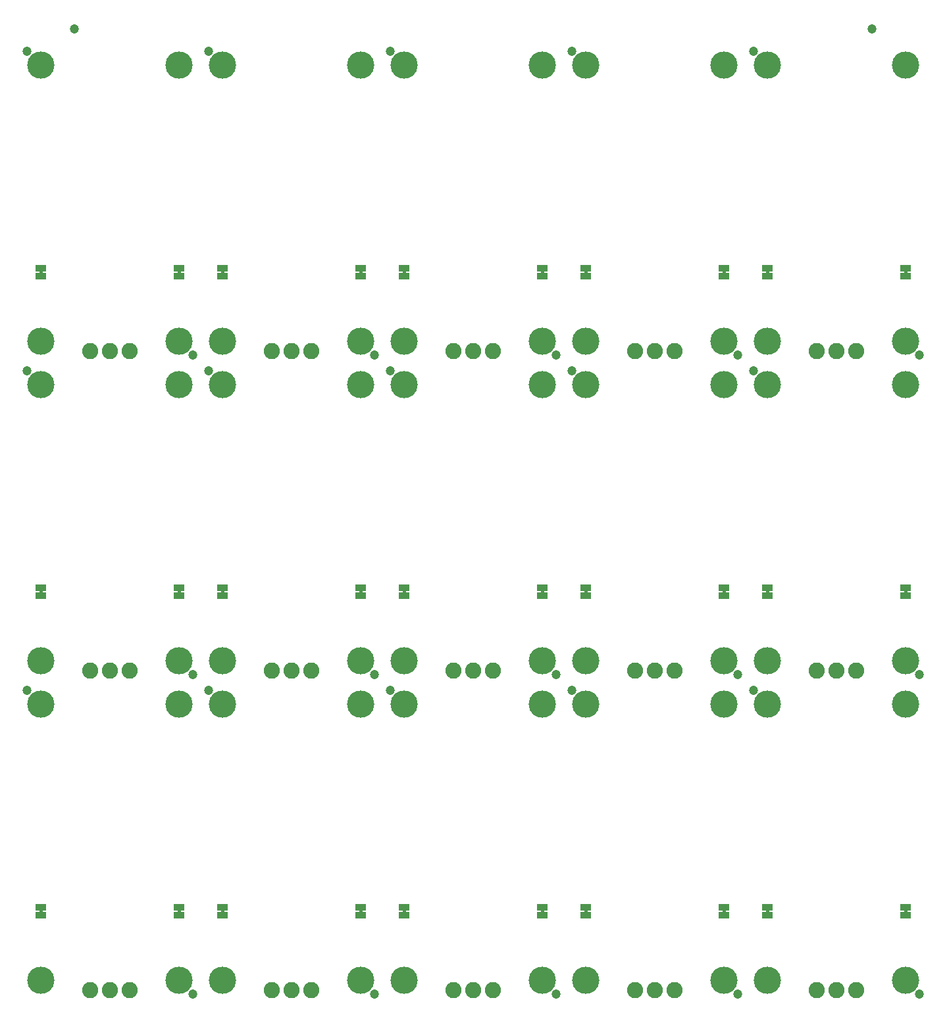
<source format=gbs>
G04 EAGLE Gerber RS-274X export*
G75*
%MOMM*%
%FSLAX34Y34*%
%LPD*%
%INSoldermask Bottom*%
%IPPOS*%
%AMOC8*
5,1,8,0,0,1.08239X$1,22.5*%
G01*
%ADD10C,3.505200*%
%ADD11C,1.203200*%
%ADD12R,1.473200X0.863600*%
%ADD13C,2.082800*%

G36*
X494095Y934732D02*
X494095Y934732D01*
X494161Y934734D01*
X494204Y934752D01*
X494251Y934760D01*
X494308Y934794D01*
X494368Y934819D01*
X494403Y934850D01*
X494444Y934875D01*
X494486Y934926D01*
X494534Y934970D01*
X494556Y935012D01*
X494585Y935049D01*
X494606Y935111D01*
X494637Y935170D01*
X494645Y935224D01*
X494657Y935261D01*
X494656Y935301D01*
X494664Y935355D01*
X494664Y939165D01*
X494653Y939230D01*
X494651Y939296D01*
X494633Y939339D01*
X494625Y939386D01*
X494591Y939443D01*
X494566Y939503D01*
X494535Y939538D01*
X494510Y939579D01*
X494459Y939621D01*
X494415Y939669D01*
X494373Y939691D01*
X494336Y939720D01*
X494274Y939741D01*
X494215Y939772D01*
X494161Y939780D01*
X494124Y939792D01*
X494084Y939791D01*
X494030Y939799D01*
X491490Y939799D01*
X491425Y939788D01*
X491359Y939786D01*
X491316Y939768D01*
X491269Y939760D01*
X491212Y939726D01*
X491152Y939701D01*
X491117Y939670D01*
X491076Y939645D01*
X491035Y939594D01*
X490986Y939550D01*
X490964Y939508D01*
X490935Y939471D01*
X490914Y939409D01*
X490883Y939350D01*
X490875Y939296D01*
X490863Y939259D01*
X490863Y939255D01*
X490863Y939254D01*
X490864Y939219D01*
X490856Y939165D01*
X490856Y935355D01*
X490867Y935290D01*
X490869Y935224D01*
X490887Y935181D01*
X490895Y935134D01*
X490929Y935077D01*
X490954Y935017D01*
X490985Y934982D01*
X491010Y934941D01*
X491061Y934900D01*
X491105Y934851D01*
X491147Y934829D01*
X491184Y934800D01*
X491246Y934779D01*
X491305Y934748D01*
X491359Y934740D01*
X491396Y934728D01*
X491436Y934729D01*
X491490Y934721D01*
X494030Y934721D01*
X494095Y934732D01*
G37*
G36*
X905575Y934732D02*
X905575Y934732D01*
X905641Y934734D01*
X905684Y934752D01*
X905731Y934760D01*
X905788Y934794D01*
X905848Y934819D01*
X905883Y934850D01*
X905924Y934875D01*
X905966Y934926D01*
X906014Y934970D01*
X906036Y935012D01*
X906065Y935049D01*
X906086Y935111D01*
X906117Y935170D01*
X906125Y935224D01*
X906137Y935261D01*
X906136Y935301D01*
X906144Y935355D01*
X906144Y939165D01*
X906133Y939230D01*
X906131Y939296D01*
X906113Y939339D01*
X906105Y939386D01*
X906071Y939443D01*
X906046Y939503D01*
X906015Y939538D01*
X905990Y939579D01*
X905939Y939621D01*
X905895Y939669D01*
X905853Y939691D01*
X905816Y939720D01*
X905754Y939741D01*
X905695Y939772D01*
X905641Y939780D01*
X905604Y939792D01*
X905564Y939791D01*
X905510Y939799D01*
X902970Y939799D01*
X902905Y939788D01*
X902839Y939786D01*
X902796Y939768D01*
X902749Y939760D01*
X902692Y939726D01*
X902632Y939701D01*
X902597Y939670D01*
X902556Y939645D01*
X902515Y939594D01*
X902466Y939550D01*
X902444Y939508D01*
X902415Y939471D01*
X902394Y939409D01*
X902363Y939350D01*
X902355Y939296D01*
X902343Y939259D01*
X902343Y939255D01*
X902343Y939254D01*
X902344Y939219D01*
X902336Y939165D01*
X902336Y935355D01*
X902347Y935290D01*
X902349Y935224D01*
X902367Y935181D01*
X902375Y935134D01*
X902409Y935077D01*
X902434Y935017D01*
X902465Y934982D01*
X902490Y934941D01*
X902541Y934900D01*
X902585Y934851D01*
X902627Y934829D01*
X902664Y934800D01*
X902726Y934779D01*
X902785Y934748D01*
X902839Y934740D01*
X902876Y934728D01*
X902916Y934729D01*
X902970Y934721D01*
X905510Y934721D01*
X905575Y934732D01*
G37*
G36*
X204535Y934732D02*
X204535Y934732D01*
X204601Y934734D01*
X204644Y934752D01*
X204691Y934760D01*
X204748Y934794D01*
X204808Y934819D01*
X204843Y934850D01*
X204884Y934875D01*
X204926Y934926D01*
X204974Y934970D01*
X204996Y935012D01*
X205025Y935049D01*
X205046Y935111D01*
X205077Y935170D01*
X205085Y935224D01*
X205097Y935261D01*
X205096Y935301D01*
X205104Y935355D01*
X205104Y939165D01*
X205093Y939230D01*
X205091Y939296D01*
X205073Y939339D01*
X205065Y939386D01*
X205031Y939443D01*
X205006Y939503D01*
X204975Y939538D01*
X204950Y939579D01*
X204899Y939621D01*
X204855Y939669D01*
X204813Y939691D01*
X204776Y939720D01*
X204714Y939741D01*
X204655Y939772D01*
X204601Y939780D01*
X204564Y939792D01*
X204524Y939791D01*
X204470Y939799D01*
X201930Y939799D01*
X201865Y939788D01*
X201799Y939786D01*
X201756Y939768D01*
X201709Y939760D01*
X201652Y939726D01*
X201592Y939701D01*
X201557Y939670D01*
X201516Y939645D01*
X201475Y939594D01*
X201426Y939550D01*
X201404Y939508D01*
X201375Y939471D01*
X201354Y939409D01*
X201323Y939350D01*
X201315Y939296D01*
X201303Y939259D01*
X201303Y939255D01*
X201303Y939254D01*
X201304Y939219D01*
X201296Y939165D01*
X201296Y935355D01*
X201307Y935290D01*
X201309Y935224D01*
X201327Y935181D01*
X201335Y935134D01*
X201369Y935077D01*
X201394Y935017D01*
X201425Y934982D01*
X201450Y934941D01*
X201501Y934900D01*
X201545Y934851D01*
X201587Y934829D01*
X201624Y934800D01*
X201686Y934779D01*
X201745Y934748D01*
X201799Y934740D01*
X201836Y934728D01*
X201876Y934729D01*
X201930Y934721D01*
X204470Y934721D01*
X204535Y934732D01*
G37*
G36*
X1139255Y934732D02*
X1139255Y934732D01*
X1139321Y934734D01*
X1139364Y934752D01*
X1139411Y934760D01*
X1139468Y934794D01*
X1139528Y934819D01*
X1139563Y934850D01*
X1139604Y934875D01*
X1139646Y934926D01*
X1139694Y934970D01*
X1139716Y935012D01*
X1139745Y935049D01*
X1139766Y935111D01*
X1139797Y935170D01*
X1139805Y935224D01*
X1139817Y935261D01*
X1139816Y935301D01*
X1139824Y935355D01*
X1139824Y939165D01*
X1139813Y939230D01*
X1139811Y939296D01*
X1139793Y939339D01*
X1139785Y939386D01*
X1139751Y939443D01*
X1139726Y939503D01*
X1139695Y939538D01*
X1139670Y939579D01*
X1139619Y939621D01*
X1139575Y939669D01*
X1139533Y939691D01*
X1139496Y939720D01*
X1139434Y939741D01*
X1139375Y939772D01*
X1139321Y939780D01*
X1139284Y939792D01*
X1139244Y939791D01*
X1139190Y939799D01*
X1136650Y939799D01*
X1136585Y939788D01*
X1136519Y939786D01*
X1136476Y939768D01*
X1136429Y939760D01*
X1136372Y939726D01*
X1136312Y939701D01*
X1136277Y939670D01*
X1136236Y939645D01*
X1136195Y939594D01*
X1136146Y939550D01*
X1136124Y939508D01*
X1136095Y939471D01*
X1136074Y939409D01*
X1136043Y939350D01*
X1136035Y939296D01*
X1136023Y939259D01*
X1136023Y939255D01*
X1136023Y939254D01*
X1136024Y939219D01*
X1136016Y939165D01*
X1136016Y935355D01*
X1136027Y935290D01*
X1136029Y935224D01*
X1136047Y935181D01*
X1136055Y935134D01*
X1136089Y935077D01*
X1136114Y935017D01*
X1136145Y934982D01*
X1136170Y934941D01*
X1136221Y934900D01*
X1136265Y934851D01*
X1136307Y934829D01*
X1136344Y934800D01*
X1136406Y934779D01*
X1136465Y934748D01*
X1136519Y934740D01*
X1136556Y934728D01*
X1136596Y934729D01*
X1136650Y934721D01*
X1139190Y934721D01*
X1139255Y934732D01*
G37*
G36*
X961455Y934732D02*
X961455Y934732D01*
X961521Y934734D01*
X961564Y934752D01*
X961611Y934760D01*
X961668Y934794D01*
X961728Y934819D01*
X961763Y934850D01*
X961804Y934875D01*
X961846Y934926D01*
X961894Y934970D01*
X961916Y935012D01*
X961945Y935049D01*
X961966Y935111D01*
X961997Y935170D01*
X962005Y935224D01*
X962017Y935261D01*
X962016Y935301D01*
X962024Y935355D01*
X962024Y939165D01*
X962013Y939230D01*
X962011Y939296D01*
X961993Y939339D01*
X961985Y939386D01*
X961951Y939443D01*
X961926Y939503D01*
X961895Y939538D01*
X961870Y939579D01*
X961819Y939621D01*
X961775Y939669D01*
X961733Y939691D01*
X961696Y939720D01*
X961634Y939741D01*
X961575Y939772D01*
X961521Y939780D01*
X961484Y939792D01*
X961444Y939791D01*
X961390Y939799D01*
X958850Y939799D01*
X958785Y939788D01*
X958719Y939786D01*
X958676Y939768D01*
X958629Y939760D01*
X958572Y939726D01*
X958512Y939701D01*
X958477Y939670D01*
X958436Y939645D01*
X958395Y939594D01*
X958346Y939550D01*
X958324Y939508D01*
X958295Y939471D01*
X958274Y939409D01*
X958243Y939350D01*
X958235Y939296D01*
X958223Y939259D01*
X958223Y939255D01*
X958223Y939254D01*
X958224Y939219D01*
X958216Y939165D01*
X958216Y935355D01*
X958227Y935290D01*
X958229Y935224D01*
X958247Y935181D01*
X958255Y935134D01*
X958289Y935077D01*
X958314Y935017D01*
X958345Y934982D01*
X958370Y934941D01*
X958421Y934900D01*
X958465Y934851D01*
X958507Y934829D01*
X958544Y934800D01*
X958606Y934779D01*
X958665Y934748D01*
X958719Y934740D01*
X958756Y934728D01*
X958796Y934729D01*
X958850Y934721D01*
X961390Y934721D01*
X961455Y934732D01*
G37*
G36*
X26735Y934732D02*
X26735Y934732D01*
X26801Y934734D01*
X26844Y934752D01*
X26891Y934760D01*
X26948Y934794D01*
X27008Y934819D01*
X27043Y934850D01*
X27084Y934875D01*
X27126Y934926D01*
X27174Y934970D01*
X27196Y935012D01*
X27225Y935049D01*
X27246Y935111D01*
X27277Y935170D01*
X27285Y935224D01*
X27297Y935261D01*
X27296Y935301D01*
X27304Y935355D01*
X27304Y939165D01*
X27293Y939230D01*
X27291Y939296D01*
X27273Y939339D01*
X27265Y939386D01*
X27231Y939443D01*
X27206Y939503D01*
X27175Y939538D01*
X27150Y939579D01*
X27099Y939621D01*
X27055Y939669D01*
X27013Y939691D01*
X26976Y939720D01*
X26914Y939741D01*
X26855Y939772D01*
X26801Y939780D01*
X26764Y939792D01*
X26724Y939791D01*
X26670Y939799D01*
X24130Y939799D01*
X24065Y939788D01*
X23999Y939786D01*
X23956Y939768D01*
X23909Y939760D01*
X23852Y939726D01*
X23792Y939701D01*
X23757Y939670D01*
X23716Y939645D01*
X23675Y939594D01*
X23626Y939550D01*
X23604Y939508D01*
X23575Y939471D01*
X23554Y939409D01*
X23523Y939350D01*
X23515Y939296D01*
X23503Y939259D01*
X23503Y939255D01*
X23503Y939254D01*
X23504Y939219D01*
X23496Y939165D01*
X23496Y935355D01*
X23507Y935290D01*
X23509Y935224D01*
X23527Y935181D01*
X23535Y935134D01*
X23569Y935077D01*
X23594Y935017D01*
X23625Y934982D01*
X23650Y934941D01*
X23701Y934900D01*
X23745Y934851D01*
X23787Y934829D01*
X23824Y934800D01*
X23886Y934779D01*
X23945Y934748D01*
X23999Y934740D01*
X24036Y934728D01*
X24076Y934729D01*
X24130Y934721D01*
X26670Y934721D01*
X26735Y934732D01*
G37*
G36*
X438215Y934732D02*
X438215Y934732D01*
X438281Y934734D01*
X438324Y934752D01*
X438371Y934760D01*
X438428Y934794D01*
X438488Y934819D01*
X438523Y934850D01*
X438564Y934875D01*
X438606Y934926D01*
X438654Y934970D01*
X438676Y935012D01*
X438705Y935049D01*
X438726Y935111D01*
X438757Y935170D01*
X438765Y935224D01*
X438777Y935261D01*
X438776Y935301D01*
X438784Y935355D01*
X438784Y939165D01*
X438773Y939230D01*
X438771Y939296D01*
X438753Y939339D01*
X438745Y939386D01*
X438711Y939443D01*
X438686Y939503D01*
X438655Y939538D01*
X438630Y939579D01*
X438579Y939621D01*
X438535Y939669D01*
X438493Y939691D01*
X438456Y939720D01*
X438394Y939741D01*
X438335Y939772D01*
X438281Y939780D01*
X438244Y939792D01*
X438204Y939791D01*
X438150Y939799D01*
X435610Y939799D01*
X435545Y939788D01*
X435479Y939786D01*
X435436Y939768D01*
X435389Y939760D01*
X435332Y939726D01*
X435272Y939701D01*
X435237Y939670D01*
X435196Y939645D01*
X435155Y939594D01*
X435106Y939550D01*
X435084Y939508D01*
X435055Y939471D01*
X435034Y939409D01*
X435003Y939350D01*
X434995Y939296D01*
X434983Y939259D01*
X434983Y939255D01*
X434983Y939254D01*
X434984Y939219D01*
X434976Y939165D01*
X434976Y935355D01*
X434987Y935290D01*
X434989Y935224D01*
X435007Y935181D01*
X435015Y935134D01*
X435049Y935077D01*
X435074Y935017D01*
X435105Y934982D01*
X435130Y934941D01*
X435181Y934900D01*
X435225Y934851D01*
X435267Y934829D01*
X435304Y934800D01*
X435366Y934779D01*
X435425Y934748D01*
X435479Y934740D01*
X435516Y934728D01*
X435556Y934729D01*
X435610Y934721D01*
X438150Y934721D01*
X438215Y934732D01*
G37*
G36*
X260415Y934732D02*
X260415Y934732D01*
X260481Y934734D01*
X260524Y934752D01*
X260571Y934760D01*
X260628Y934794D01*
X260688Y934819D01*
X260723Y934850D01*
X260764Y934875D01*
X260806Y934926D01*
X260854Y934970D01*
X260876Y935012D01*
X260905Y935049D01*
X260926Y935111D01*
X260957Y935170D01*
X260965Y935224D01*
X260977Y935261D01*
X260976Y935301D01*
X260984Y935355D01*
X260984Y939165D01*
X260973Y939230D01*
X260971Y939296D01*
X260953Y939339D01*
X260945Y939386D01*
X260911Y939443D01*
X260886Y939503D01*
X260855Y939538D01*
X260830Y939579D01*
X260779Y939621D01*
X260735Y939669D01*
X260693Y939691D01*
X260656Y939720D01*
X260594Y939741D01*
X260535Y939772D01*
X260481Y939780D01*
X260444Y939792D01*
X260404Y939791D01*
X260350Y939799D01*
X257810Y939799D01*
X257745Y939788D01*
X257679Y939786D01*
X257636Y939768D01*
X257589Y939760D01*
X257532Y939726D01*
X257472Y939701D01*
X257437Y939670D01*
X257396Y939645D01*
X257355Y939594D01*
X257306Y939550D01*
X257284Y939508D01*
X257255Y939471D01*
X257234Y939409D01*
X257203Y939350D01*
X257195Y939296D01*
X257183Y939259D01*
X257183Y939255D01*
X257183Y939254D01*
X257184Y939219D01*
X257176Y939165D01*
X257176Y935355D01*
X257187Y935290D01*
X257189Y935224D01*
X257207Y935181D01*
X257215Y935134D01*
X257249Y935077D01*
X257274Y935017D01*
X257305Y934982D01*
X257330Y934941D01*
X257381Y934900D01*
X257425Y934851D01*
X257467Y934829D01*
X257504Y934800D01*
X257566Y934779D01*
X257625Y934748D01*
X257679Y934740D01*
X257716Y934728D01*
X257756Y934729D01*
X257810Y934721D01*
X260350Y934721D01*
X260415Y934732D01*
G37*
G36*
X727775Y934732D02*
X727775Y934732D01*
X727841Y934734D01*
X727884Y934752D01*
X727931Y934760D01*
X727988Y934794D01*
X728048Y934819D01*
X728083Y934850D01*
X728124Y934875D01*
X728166Y934926D01*
X728214Y934970D01*
X728236Y935012D01*
X728265Y935049D01*
X728286Y935111D01*
X728317Y935170D01*
X728325Y935224D01*
X728337Y935261D01*
X728336Y935301D01*
X728344Y935355D01*
X728344Y939165D01*
X728333Y939230D01*
X728331Y939296D01*
X728313Y939339D01*
X728305Y939386D01*
X728271Y939443D01*
X728246Y939503D01*
X728215Y939538D01*
X728190Y939579D01*
X728139Y939621D01*
X728095Y939669D01*
X728053Y939691D01*
X728016Y939720D01*
X727954Y939741D01*
X727895Y939772D01*
X727841Y939780D01*
X727804Y939792D01*
X727764Y939791D01*
X727710Y939799D01*
X725170Y939799D01*
X725105Y939788D01*
X725039Y939786D01*
X724996Y939768D01*
X724949Y939760D01*
X724892Y939726D01*
X724832Y939701D01*
X724797Y939670D01*
X724756Y939645D01*
X724715Y939594D01*
X724666Y939550D01*
X724644Y939508D01*
X724615Y939471D01*
X724594Y939409D01*
X724563Y939350D01*
X724555Y939296D01*
X724543Y939259D01*
X724543Y939255D01*
X724543Y939254D01*
X724544Y939219D01*
X724536Y939165D01*
X724536Y935355D01*
X724547Y935290D01*
X724549Y935224D01*
X724567Y935181D01*
X724575Y935134D01*
X724609Y935077D01*
X724634Y935017D01*
X724665Y934982D01*
X724690Y934941D01*
X724741Y934900D01*
X724785Y934851D01*
X724827Y934829D01*
X724864Y934800D01*
X724926Y934779D01*
X724985Y934748D01*
X725039Y934740D01*
X725076Y934728D01*
X725116Y934729D01*
X725170Y934721D01*
X727710Y934721D01*
X727775Y934732D01*
G37*
G36*
X671895Y934732D02*
X671895Y934732D01*
X671961Y934734D01*
X672004Y934752D01*
X672051Y934760D01*
X672108Y934794D01*
X672168Y934819D01*
X672203Y934850D01*
X672244Y934875D01*
X672286Y934926D01*
X672334Y934970D01*
X672356Y935012D01*
X672385Y935049D01*
X672406Y935111D01*
X672437Y935170D01*
X672445Y935224D01*
X672457Y935261D01*
X672456Y935301D01*
X672464Y935355D01*
X672464Y939165D01*
X672453Y939230D01*
X672451Y939296D01*
X672433Y939339D01*
X672425Y939386D01*
X672391Y939443D01*
X672366Y939503D01*
X672335Y939538D01*
X672310Y939579D01*
X672259Y939621D01*
X672215Y939669D01*
X672173Y939691D01*
X672136Y939720D01*
X672074Y939741D01*
X672015Y939772D01*
X671961Y939780D01*
X671924Y939792D01*
X671884Y939791D01*
X671830Y939799D01*
X669290Y939799D01*
X669225Y939788D01*
X669159Y939786D01*
X669116Y939768D01*
X669069Y939760D01*
X669012Y939726D01*
X668952Y939701D01*
X668917Y939670D01*
X668876Y939645D01*
X668835Y939594D01*
X668786Y939550D01*
X668764Y939508D01*
X668735Y939471D01*
X668714Y939409D01*
X668683Y939350D01*
X668675Y939296D01*
X668663Y939259D01*
X668663Y939255D01*
X668663Y939254D01*
X668664Y939219D01*
X668656Y939165D01*
X668656Y935355D01*
X668667Y935290D01*
X668669Y935224D01*
X668687Y935181D01*
X668695Y935134D01*
X668729Y935077D01*
X668754Y935017D01*
X668785Y934982D01*
X668810Y934941D01*
X668861Y934900D01*
X668905Y934851D01*
X668947Y934829D01*
X668984Y934800D01*
X669046Y934779D01*
X669105Y934748D01*
X669159Y934740D01*
X669196Y934728D01*
X669236Y934729D01*
X669290Y934721D01*
X671830Y934721D01*
X671895Y934732D01*
G37*
G36*
X494095Y523252D02*
X494095Y523252D01*
X494161Y523254D01*
X494204Y523272D01*
X494251Y523280D01*
X494308Y523314D01*
X494368Y523339D01*
X494403Y523370D01*
X494444Y523395D01*
X494486Y523446D01*
X494534Y523490D01*
X494556Y523532D01*
X494585Y523569D01*
X494606Y523631D01*
X494637Y523690D01*
X494645Y523744D01*
X494657Y523781D01*
X494656Y523821D01*
X494664Y523875D01*
X494664Y527685D01*
X494653Y527750D01*
X494651Y527816D01*
X494633Y527859D01*
X494625Y527906D01*
X494591Y527963D01*
X494566Y528023D01*
X494535Y528058D01*
X494510Y528099D01*
X494459Y528141D01*
X494415Y528189D01*
X494373Y528211D01*
X494336Y528240D01*
X494274Y528261D01*
X494215Y528292D01*
X494161Y528300D01*
X494124Y528312D01*
X494084Y528311D01*
X494030Y528319D01*
X491490Y528319D01*
X491425Y528308D01*
X491359Y528306D01*
X491316Y528288D01*
X491269Y528280D01*
X491212Y528246D01*
X491152Y528221D01*
X491117Y528190D01*
X491076Y528165D01*
X491035Y528114D01*
X490986Y528070D01*
X490964Y528028D01*
X490935Y527991D01*
X490914Y527929D01*
X490883Y527870D01*
X490875Y527816D01*
X490863Y527779D01*
X490863Y527775D01*
X490863Y527774D01*
X490864Y527739D01*
X490856Y527685D01*
X490856Y523875D01*
X490867Y523810D01*
X490869Y523744D01*
X490887Y523701D01*
X490895Y523654D01*
X490929Y523597D01*
X490954Y523537D01*
X490985Y523502D01*
X491010Y523461D01*
X491061Y523420D01*
X491105Y523371D01*
X491147Y523349D01*
X491184Y523320D01*
X491246Y523299D01*
X491305Y523268D01*
X491359Y523260D01*
X491396Y523248D01*
X491436Y523249D01*
X491490Y523241D01*
X494030Y523241D01*
X494095Y523252D01*
G37*
G36*
X671895Y523252D02*
X671895Y523252D01*
X671961Y523254D01*
X672004Y523272D01*
X672051Y523280D01*
X672108Y523314D01*
X672168Y523339D01*
X672203Y523370D01*
X672244Y523395D01*
X672286Y523446D01*
X672334Y523490D01*
X672356Y523532D01*
X672385Y523569D01*
X672406Y523631D01*
X672437Y523690D01*
X672445Y523744D01*
X672457Y523781D01*
X672456Y523821D01*
X672464Y523875D01*
X672464Y527685D01*
X672453Y527750D01*
X672451Y527816D01*
X672433Y527859D01*
X672425Y527906D01*
X672391Y527963D01*
X672366Y528023D01*
X672335Y528058D01*
X672310Y528099D01*
X672259Y528141D01*
X672215Y528189D01*
X672173Y528211D01*
X672136Y528240D01*
X672074Y528261D01*
X672015Y528292D01*
X671961Y528300D01*
X671924Y528312D01*
X671884Y528311D01*
X671830Y528319D01*
X669290Y528319D01*
X669225Y528308D01*
X669159Y528306D01*
X669116Y528288D01*
X669069Y528280D01*
X669012Y528246D01*
X668952Y528221D01*
X668917Y528190D01*
X668876Y528165D01*
X668835Y528114D01*
X668786Y528070D01*
X668764Y528028D01*
X668735Y527991D01*
X668714Y527929D01*
X668683Y527870D01*
X668675Y527816D01*
X668663Y527779D01*
X668663Y527775D01*
X668663Y527774D01*
X668664Y527739D01*
X668656Y527685D01*
X668656Y523875D01*
X668667Y523810D01*
X668669Y523744D01*
X668687Y523701D01*
X668695Y523654D01*
X668729Y523597D01*
X668754Y523537D01*
X668785Y523502D01*
X668810Y523461D01*
X668861Y523420D01*
X668905Y523371D01*
X668947Y523349D01*
X668984Y523320D01*
X669046Y523299D01*
X669105Y523268D01*
X669159Y523260D01*
X669196Y523248D01*
X669236Y523249D01*
X669290Y523241D01*
X671830Y523241D01*
X671895Y523252D01*
G37*
G36*
X26735Y523252D02*
X26735Y523252D01*
X26801Y523254D01*
X26844Y523272D01*
X26891Y523280D01*
X26948Y523314D01*
X27008Y523339D01*
X27043Y523370D01*
X27084Y523395D01*
X27126Y523446D01*
X27174Y523490D01*
X27196Y523532D01*
X27225Y523569D01*
X27246Y523631D01*
X27277Y523690D01*
X27285Y523744D01*
X27297Y523781D01*
X27296Y523821D01*
X27304Y523875D01*
X27304Y527685D01*
X27293Y527750D01*
X27291Y527816D01*
X27273Y527859D01*
X27265Y527906D01*
X27231Y527963D01*
X27206Y528023D01*
X27175Y528058D01*
X27150Y528099D01*
X27099Y528141D01*
X27055Y528189D01*
X27013Y528211D01*
X26976Y528240D01*
X26914Y528261D01*
X26855Y528292D01*
X26801Y528300D01*
X26764Y528312D01*
X26724Y528311D01*
X26670Y528319D01*
X24130Y528319D01*
X24065Y528308D01*
X23999Y528306D01*
X23956Y528288D01*
X23909Y528280D01*
X23852Y528246D01*
X23792Y528221D01*
X23757Y528190D01*
X23716Y528165D01*
X23675Y528114D01*
X23626Y528070D01*
X23604Y528028D01*
X23575Y527991D01*
X23554Y527929D01*
X23523Y527870D01*
X23515Y527816D01*
X23503Y527779D01*
X23503Y527775D01*
X23503Y527774D01*
X23504Y527739D01*
X23496Y527685D01*
X23496Y523875D01*
X23507Y523810D01*
X23509Y523744D01*
X23527Y523701D01*
X23535Y523654D01*
X23569Y523597D01*
X23594Y523537D01*
X23625Y523502D01*
X23650Y523461D01*
X23701Y523420D01*
X23745Y523371D01*
X23787Y523349D01*
X23824Y523320D01*
X23886Y523299D01*
X23945Y523268D01*
X23999Y523260D01*
X24036Y523248D01*
X24076Y523249D01*
X24130Y523241D01*
X26670Y523241D01*
X26735Y523252D01*
G37*
G36*
X727775Y523252D02*
X727775Y523252D01*
X727841Y523254D01*
X727884Y523272D01*
X727931Y523280D01*
X727988Y523314D01*
X728048Y523339D01*
X728083Y523370D01*
X728124Y523395D01*
X728166Y523446D01*
X728214Y523490D01*
X728236Y523532D01*
X728265Y523569D01*
X728286Y523631D01*
X728317Y523690D01*
X728325Y523744D01*
X728337Y523781D01*
X728336Y523821D01*
X728344Y523875D01*
X728344Y527685D01*
X728333Y527750D01*
X728331Y527816D01*
X728313Y527859D01*
X728305Y527906D01*
X728271Y527963D01*
X728246Y528023D01*
X728215Y528058D01*
X728190Y528099D01*
X728139Y528141D01*
X728095Y528189D01*
X728053Y528211D01*
X728016Y528240D01*
X727954Y528261D01*
X727895Y528292D01*
X727841Y528300D01*
X727804Y528312D01*
X727764Y528311D01*
X727710Y528319D01*
X725170Y528319D01*
X725105Y528308D01*
X725039Y528306D01*
X724996Y528288D01*
X724949Y528280D01*
X724892Y528246D01*
X724832Y528221D01*
X724797Y528190D01*
X724756Y528165D01*
X724715Y528114D01*
X724666Y528070D01*
X724644Y528028D01*
X724615Y527991D01*
X724594Y527929D01*
X724563Y527870D01*
X724555Y527816D01*
X724543Y527779D01*
X724543Y527775D01*
X724543Y527774D01*
X724544Y527739D01*
X724536Y527685D01*
X724536Y523875D01*
X724547Y523810D01*
X724549Y523744D01*
X724567Y523701D01*
X724575Y523654D01*
X724609Y523597D01*
X724634Y523537D01*
X724665Y523502D01*
X724690Y523461D01*
X724741Y523420D01*
X724785Y523371D01*
X724827Y523349D01*
X724864Y523320D01*
X724926Y523299D01*
X724985Y523268D01*
X725039Y523260D01*
X725076Y523248D01*
X725116Y523249D01*
X725170Y523241D01*
X727710Y523241D01*
X727775Y523252D01*
G37*
G36*
X204535Y523252D02*
X204535Y523252D01*
X204601Y523254D01*
X204644Y523272D01*
X204691Y523280D01*
X204748Y523314D01*
X204808Y523339D01*
X204843Y523370D01*
X204884Y523395D01*
X204926Y523446D01*
X204974Y523490D01*
X204996Y523532D01*
X205025Y523569D01*
X205046Y523631D01*
X205077Y523690D01*
X205085Y523744D01*
X205097Y523781D01*
X205096Y523821D01*
X205104Y523875D01*
X205104Y527685D01*
X205093Y527750D01*
X205091Y527816D01*
X205073Y527859D01*
X205065Y527906D01*
X205031Y527963D01*
X205006Y528023D01*
X204975Y528058D01*
X204950Y528099D01*
X204899Y528141D01*
X204855Y528189D01*
X204813Y528211D01*
X204776Y528240D01*
X204714Y528261D01*
X204655Y528292D01*
X204601Y528300D01*
X204564Y528312D01*
X204524Y528311D01*
X204470Y528319D01*
X201930Y528319D01*
X201865Y528308D01*
X201799Y528306D01*
X201756Y528288D01*
X201709Y528280D01*
X201652Y528246D01*
X201592Y528221D01*
X201557Y528190D01*
X201516Y528165D01*
X201475Y528114D01*
X201426Y528070D01*
X201404Y528028D01*
X201375Y527991D01*
X201354Y527929D01*
X201323Y527870D01*
X201315Y527816D01*
X201303Y527779D01*
X201303Y527775D01*
X201303Y527774D01*
X201304Y527739D01*
X201296Y527685D01*
X201296Y523875D01*
X201307Y523810D01*
X201309Y523744D01*
X201327Y523701D01*
X201335Y523654D01*
X201369Y523597D01*
X201394Y523537D01*
X201425Y523502D01*
X201450Y523461D01*
X201501Y523420D01*
X201545Y523371D01*
X201587Y523349D01*
X201624Y523320D01*
X201686Y523299D01*
X201745Y523268D01*
X201799Y523260D01*
X201836Y523248D01*
X201876Y523249D01*
X201930Y523241D01*
X204470Y523241D01*
X204535Y523252D01*
G37*
G36*
X260415Y523252D02*
X260415Y523252D01*
X260481Y523254D01*
X260524Y523272D01*
X260571Y523280D01*
X260628Y523314D01*
X260688Y523339D01*
X260723Y523370D01*
X260764Y523395D01*
X260806Y523446D01*
X260854Y523490D01*
X260876Y523532D01*
X260905Y523569D01*
X260926Y523631D01*
X260957Y523690D01*
X260965Y523744D01*
X260977Y523781D01*
X260976Y523821D01*
X260984Y523875D01*
X260984Y527685D01*
X260973Y527750D01*
X260971Y527816D01*
X260953Y527859D01*
X260945Y527906D01*
X260911Y527963D01*
X260886Y528023D01*
X260855Y528058D01*
X260830Y528099D01*
X260779Y528141D01*
X260735Y528189D01*
X260693Y528211D01*
X260656Y528240D01*
X260594Y528261D01*
X260535Y528292D01*
X260481Y528300D01*
X260444Y528312D01*
X260404Y528311D01*
X260350Y528319D01*
X257810Y528319D01*
X257745Y528308D01*
X257679Y528306D01*
X257636Y528288D01*
X257589Y528280D01*
X257532Y528246D01*
X257472Y528221D01*
X257437Y528190D01*
X257396Y528165D01*
X257355Y528114D01*
X257306Y528070D01*
X257284Y528028D01*
X257255Y527991D01*
X257234Y527929D01*
X257203Y527870D01*
X257195Y527816D01*
X257183Y527779D01*
X257183Y527775D01*
X257183Y527774D01*
X257184Y527739D01*
X257176Y527685D01*
X257176Y523875D01*
X257187Y523810D01*
X257189Y523744D01*
X257207Y523701D01*
X257215Y523654D01*
X257249Y523597D01*
X257274Y523537D01*
X257305Y523502D01*
X257330Y523461D01*
X257381Y523420D01*
X257425Y523371D01*
X257467Y523349D01*
X257504Y523320D01*
X257566Y523299D01*
X257625Y523268D01*
X257679Y523260D01*
X257716Y523248D01*
X257756Y523249D01*
X257810Y523241D01*
X260350Y523241D01*
X260415Y523252D01*
G37*
G36*
X905575Y523252D02*
X905575Y523252D01*
X905641Y523254D01*
X905684Y523272D01*
X905731Y523280D01*
X905788Y523314D01*
X905848Y523339D01*
X905883Y523370D01*
X905924Y523395D01*
X905966Y523446D01*
X906014Y523490D01*
X906036Y523532D01*
X906065Y523569D01*
X906086Y523631D01*
X906117Y523690D01*
X906125Y523744D01*
X906137Y523781D01*
X906136Y523821D01*
X906144Y523875D01*
X906144Y527685D01*
X906133Y527750D01*
X906131Y527816D01*
X906113Y527859D01*
X906105Y527906D01*
X906071Y527963D01*
X906046Y528023D01*
X906015Y528058D01*
X905990Y528099D01*
X905939Y528141D01*
X905895Y528189D01*
X905853Y528211D01*
X905816Y528240D01*
X905754Y528261D01*
X905695Y528292D01*
X905641Y528300D01*
X905604Y528312D01*
X905564Y528311D01*
X905510Y528319D01*
X902970Y528319D01*
X902905Y528308D01*
X902839Y528306D01*
X902796Y528288D01*
X902749Y528280D01*
X902692Y528246D01*
X902632Y528221D01*
X902597Y528190D01*
X902556Y528165D01*
X902515Y528114D01*
X902466Y528070D01*
X902444Y528028D01*
X902415Y527991D01*
X902394Y527929D01*
X902363Y527870D01*
X902355Y527816D01*
X902343Y527779D01*
X902343Y527775D01*
X902343Y527774D01*
X902344Y527739D01*
X902336Y527685D01*
X902336Y523875D01*
X902347Y523810D01*
X902349Y523744D01*
X902367Y523701D01*
X902375Y523654D01*
X902409Y523597D01*
X902434Y523537D01*
X902465Y523502D01*
X902490Y523461D01*
X902541Y523420D01*
X902585Y523371D01*
X902627Y523349D01*
X902664Y523320D01*
X902726Y523299D01*
X902785Y523268D01*
X902839Y523260D01*
X902876Y523248D01*
X902916Y523249D01*
X902970Y523241D01*
X905510Y523241D01*
X905575Y523252D01*
G37*
G36*
X961455Y523252D02*
X961455Y523252D01*
X961521Y523254D01*
X961564Y523272D01*
X961611Y523280D01*
X961668Y523314D01*
X961728Y523339D01*
X961763Y523370D01*
X961804Y523395D01*
X961846Y523446D01*
X961894Y523490D01*
X961916Y523532D01*
X961945Y523569D01*
X961966Y523631D01*
X961997Y523690D01*
X962005Y523744D01*
X962017Y523781D01*
X962016Y523821D01*
X962024Y523875D01*
X962024Y527685D01*
X962013Y527750D01*
X962011Y527816D01*
X961993Y527859D01*
X961985Y527906D01*
X961951Y527963D01*
X961926Y528023D01*
X961895Y528058D01*
X961870Y528099D01*
X961819Y528141D01*
X961775Y528189D01*
X961733Y528211D01*
X961696Y528240D01*
X961634Y528261D01*
X961575Y528292D01*
X961521Y528300D01*
X961484Y528312D01*
X961444Y528311D01*
X961390Y528319D01*
X958850Y528319D01*
X958785Y528308D01*
X958719Y528306D01*
X958676Y528288D01*
X958629Y528280D01*
X958572Y528246D01*
X958512Y528221D01*
X958477Y528190D01*
X958436Y528165D01*
X958395Y528114D01*
X958346Y528070D01*
X958324Y528028D01*
X958295Y527991D01*
X958274Y527929D01*
X958243Y527870D01*
X958235Y527816D01*
X958223Y527779D01*
X958223Y527775D01*
X958223Y527774D01*
X958224Y527739D01*
X958216Y527685D01*
X958216Y523875D01*
X958227Y523810D01*
X958229Y523744D01*
X958247Y523701D01*
X958255Y523654D01*
X958289Y523597D01*
X958314Y523537D01*
X958345Y523502D01*
X958370Y523461D01*
X958421Y523420D01*
X958465Y523371D01*
X958507Y523349D01*
X958544Y523320D01*
X958606Y523299D01*
X958665Y523268D01*
X958719Y523260D01*
X958756Y523248D01*
X958796Y523249D01*
X958850Y523241D01*
X961390Y523241D01*
X961455Y523252D01*
G37*
G36*
X438215Y523252D02*
X438215Y523252D01*
X438281Y523254D01*
X438324Y523272D01*
X438371Y523280D01*
X438428Y523314D01*
X438488Y523339D01*
X438523Y523370D01*
X438564Y523395D01*
X438606Y523446D01*
X438654Y523490D01*
X438676Y523532D01*
X438705Y523569D01*
X438726Y523631D01*
X438757Y523690D01*
X438765Y523744D01*
X438777Y523781D01*
X438776Y523821D01*
X438784Y523875D01*
X438784Y527685D01*
X438773Y527750D01*
X438771Y527816D01*
X438753Y527859D01*
X438745Y527906D01*
X438711Y527963D01*
X438686Y528023D01*
X438655Y528058D01*
X438630Y528099D01*
X438579Y528141D01*
X438535Y528189D01*
X438493Y528211D01*
X438456Y528240D01*
X438394Y528261D01*
X438335Y528292D01*
X438281Y528300D01*
X438244Y528312D01*
X438204Y528311D01*
X438150Y528319D01*
X435610Y528319D01*
X435545Y528308D01*
X435479Y528306D01*
X435436Y528288D01*
X435389Y528280D01*
X435332Y528246D01*
X435272Y528221D01*
X435237Y528190D01*
X435196Y528165D01*
X435155Y528114D01*
X435106Y528070D01*
X435084Y528028D01*
X435055Y527991D01*
X435034Y527929D01*
X435003Y527870D01*
X434995Y527816D01*
X434983Y527779D01*
X434983Y527775D01*
X434983Y527774D01*
X434984Y527739D01*
X434976Y527685D01*
X434976Y523875D01*
X434987Y523810D01*
X434989Y523744D01*
X435007Y523701D01*
X435015Y523654D01*
X435049Y523597D01*
X435074Y523537D01*
X435105Y523502D01*
X435130Y523461D01*
X435181Y523420D01*
X435225Y523371D01*
X435267Y523349D01*
X435304Y523320D01*
X435366Y523299D01*
X435425Y523268D01*
X435479Y523260D01*
X435516Y523248D01*
X435556Y523249D01*
X435610Y523241D01*
X438150Y523241D01*
X438215Y523252D01*
G37*
G36*
X1139255Y523252D02*
X1139255Y523252D01*
X1139321Y523254D01*
X1139364Y523272D01*
X1139411Y523280D01*
X1139468Y523314D01*
X1139528Y523339D01*
X1139563Y523370D01*
X1139604Y523395D01*
X1139646Y523446D01*
X1139694Y523490D01*
X1139716Y523532D01*
X1139745Y523569D01*
X1139766Y523631D01*
X1139797Y523690D01*
X1139805Y523744D01*
X1139817Y523781D01*
X1139816Y523821D01*
X1139824Y523875D01*
X1139824Y527685D01*
X1139813Y527750D01*
X1139811Y527816D01*
X1139793Y527859D01*
X1139785Y527906D01*
X1139751Y527963D01*
X1139726Y528023D01*
X1139695Y528058D01*
X1139670Y528099D01*
X1139619Y528141D01*
X1139575Y528189D01*
X1139533Y528211D01*
X1139496Y528240D01*
X1139434Y528261D01*
X1139375Y528292D01*
X1139321Y528300D01*
X1139284Y528312D01*
X1139244Y528311D01*
X1139190Y528319D01*
X1136650Y528319D01*
X1136585Y528308D01*
X1136519Y528306D01*
X1136476Y528288D01*
X1136429Y528280D01*
X1136372Y528246D01*
X1136312Y528221D01*
X1136277Y528190D01*
X1136236Y528165D01*
X1136195Y528114D01*
X1136146Y528070D01*
X1136124Y528028D01*
X1136095Y527991D01*
X1136074Y527929D01*
X1136043Y527870D01*
X1136035Y527816D01*
X1136023Y527779D01*
X1136023Y527775D01*
X1136023Y527774D01*
X1136024Y527739D01*
X1136016Y527685D01*
X1136016Y523875D01*
X1136027Y523810D01*
X1136029Y523744D01*
X1136047Y523701D01*
X1136055Y523654D01*
X1136089Y523597D01*
X1136114Y523537D01*
X1136145Y523502D01*
X1136170Y523461D01*
X1136221Y523420D01*
X1136265Y523371D01*
X1136307Y523349D01*
X1136344Y523320D01*
X1136406Y523299D01*
X1136465Y523268D01*
X1136519Y523260D01*
X1136556Y523248D01*
X1136596Y523249D01*
X1136650Y523241D01*
X1139190Y523241D01*
X1139255Y523252D01*
G37*
G36*
X494095Y111772D02*
X494095Y111772D01*
X494161Y111774D01*
X494204Y111792D01*
X494251Y111800D01*
X494308Y111834D01*
X494368Y111859D01*
X494403Y111890D01*
X494444Y111915D01*
X494486Y111966D01*
X494534Y112010D01*
X494556Y112052D01*
X494585Y112089D01*
X494606Y112151D01*
X494637Y112210D01*
X494645Y112264D01*
X494657Y112301D01*
X494656Y112341D01*
X494664Y112395D01*
X494664Y116205D01*
X494653Y116270D01*
X494651Y116336D01*
X494633Y116379D01*
X494625Y116426D01*
X494591Y116483D01*
X494566Y116543D01*
X494535Y116578D01*
X494510Y116619D01*
X494459Y116661D01*
X494415Y116709D01*
X494373Y116731D01*
X494336Y116760D01*
X494274Y116781D01*
X494215Y116812D01*
X494161Y116820D01*
X494124Y116832D01*
X494084Y116831D01*
X494030Y116839D01*
X491490Y116839D01*
X491425Y116828D01*
X491359Y116826D01*
X491316Y116808D01*
X491269Y116800D01*
X491212Y116766D01*
X491152Y116741D01*
X491117Y116710D01*
X491076Y116685D01*
X491035Y116634D01*
X490986Y116590D01*
X490964Y116548D01*
X490935Y116511D01*
X490914Y116449D01*
X490883Y116390D01*
X490875Y116336D01*
X490863Y116299D01*
X490863Y116295D01*
X490863Y116294D01*
X490864Y116259D01*
X490856Y116205D01*
X490856Y112395D01*
X490867Y112330D01*
X490869Y112264D01*
X490887Y112221D01*
X490895Y112174D01*
X490929Y112117D01*
X490954Y112057D01*
X490985Y112022D01*
X491010Y111981D01*
X491061Y111940D01*
X491105Y111891D01*
X491147Y111869D01*
X491184Y111840D01*
X491246Y111819D01*
X491305Y111788D01*
X491359Y111780D01*
X491396Y111768D01*
X491436Y111769D01*
X491490Y111761D01*
X494030Y111761D01*
X494095Y111772D01*
G37*
G36*
X905575Y111772D02*
X905575Y111772D01*
X905641Y111774D01*
X905684Y111792D01*
X905731Y111800D01*
X905788Y111834D01*
X905848Y111859D01*
X905883Y111890D01*
X905924Y111915D01*
X905966Y111966D01*
X906014Y112010D01*
X906036Y112052D01*
X906065Y112089D01*
X906086Y112151D01*
X906117Y112210D01*
X906125Y112264D01*
X906137Y112301D01*
X906136Y112341D01*
X906144Y112395D01*
X906144Y116205D01*
X906133Y116270D01*
X906131Y116336D01*
X906113Y116379D01*
X906105Y116426D01*
X906071Y116483D01*
X906046Y116543D01*
X906015Y116578D01*
X905990Y116619D01*
X905939Y116661D01*
X905895Y116709D01*
X905853Y116731D01*
X905816Y116760D01*
X905754Y116781D01*
X905695Y116812D01*
X905641Y116820D01*
X905604Y116832D01*
X905564Y116831D01*
X905510Y116839D01*
X902970Y116839D01*
X902905Y116828D01*
X902839Y116826D01*
X902796Y116808D01*
X902749Y116800D01*
X902692Y116766D01*
X902632Y116741D01*
X902597Y116710D01*
X902556Y116685D01*
X902515Y116634D01*
X902466Y116590D01*
X902444Y116548D01*
X902415Y116511D01*
X902394Y116449D01*
X902363Y116390D01*
X902355Y116336D01*
X902343Y116299D01*
X902343Y116295D01*
X902343Y116294D01*
X902344Y116259D01*
X902336Y116205D01*
X902336Y112395D01*
X902347Y112330D01*
X902349Y112264D01*
X902367Y112221D01*
X902375Y112174D01*
X902409Y112117D01*
X902434Y112057D01*
X902465Y112022D01*
X902490Y111981D01*
X902541Y111940D01*
X902585Y111891D01*
X902627Y111869D01*
X902664Y111840D01*
X902726Y111819D01*
X902785Y111788D01*
X902839Y111780D01*
X902876Y111768D01*
X902916Y111769D01*
X902970Y111761D01*
X905510Y111761D01*
X905575Y111772D01*
G37*
G36*
X671895Y111772D02*
X671895Y111772D01*
X671961Y111774D01*
X672004Y111792D01*
X672051Y111800D01*
X672108Y111834D01*
X672168Y111859D01*
X672203Y111890D01*
X672244Y111915D01*
X672286Y111966D01*
X672334Y112010D01*
X672356Y112052D01*
X672385Y112089D01*
X672406Y112151D01*
X672437Y112210D01*
X672445Y112264D01*
X672457Y112301D01*
X672456Y112341D01*
X672464Y112395D01*
X672464Y116205D01*
X672453Y116270D01*
X672451Y116336D01*
X672433Y116379D01*
X672425Y116426D01*
X672391Y116483D01*
X672366Y116543D01*
X672335Y116578D01*
X672310Y116619D01*
X672259Y116661D01*
X672215Y116709D01*
X672173Y116731D01*
X672136Y116760D01*
X672074Y116781D01*
X672015Y116812D01*
X671961Y116820D01*
X671924Y116832D01*
X671884Y116831D01*
X671830Y116839D01*
X669290Y116839D01*
X669225Y116828D01*
X669159Y116826D01*
X669116Y116808D01*
X669069Y116800D01*
X669012Y116766D01*
X668952Y116741D01*
X668917Y116710D01*
X668876Y116685D01*
X668835Y116634D01*
X668786Y116590D01*
X668764Y116548D01*
X668735Y116511D01*
X668714Y116449D01*
X668683Y116390D01*
X668675Y116336D01*
X668663Y116299D01*
X668663Y116295D01*
X668663Y116294D01*
X668664Y116259D01*
X668656Y116205D01*
X668656Y112395D01*
X668667Y112330D01*
X668669Y112264D01*
X668687Y112221D01*
X668695Y112174D01*
X668729Y112117D01*
X668754Y112057D01*
X668785Y112022D01*
X668810Y111981D01*
X668861Y111940D01*
X668905Y111891D01*
X668947Y111869D01*
X668984Y111840D01*
X669046Y111819D01*
X669105Y111788D01*
X669159Y111780D01*
X669196Y111768D01*
X669236Y111769D01*
X669290Y111761D01*
X671830Y111761D01*
X671895Y111772D01*
G37*
G36*
X1139255Y111772D02*
X1139255Y111772D01*
X1139321Y111774D01*
X1139364Y111792D01*
X1139411Y111800D01*
X1139468Y111834D01*
X1139528Y111859D01*
X1139563Y111890D01*
X1139604Y111915D01*
X1139646Y111966D01*
X1139694Y112010D01*
X1139716Y112052D01*
X1139745Y112089D01*
X1139766Y112151D01*
X1139797Y112210D01*
X1139805Y112264D01*
X1139817Y112301D01*
X1139816Y112341D01*
X1139824Y112395D01*
X1139824Y116205D01*
X1139813Y116270D01*
X1139811Y116336D01*
X1139793Y116379D01*
X1139785Y116426D01*
X1139751Y116483D01*
X1139726Y116543D01*
X1139695Y116578D01*
X1139670Y116619D01*
X1139619Y116661D01*
X1139575Y116709D01*
X1139533Y116731D01*
X1139496Y116760D01*
X1139434Y116781D01*
X1139375Y116812D01*
X1139321Y116820D01*
X1139284Y116832D01*
X1139244Y116831D01*
X1139190Y116839D01*
X1136650Y116839D01*
X1136585Y116828D01*
X1136519Y116826D01*
X1136476Y116808D01*
X1136429Y116800D01*
X1136372Y116766D01*
X1136312Y116741D01*
X1136277Y116710D01*
X1136236Y116685D01*
X1136195Y116634D01*
X1136146Y116590D01*
X1136124Y116548D01*
X1136095Y116511D01*
X1136074Y116449D01*
X1136043Y116390D01*
X1136035Y116336D01*
X1136023Y116299D01*
X1136023Y116295D01*
X1136023Y116294D01*
X1136024Y116259D01*
X1136016Y116205D01*
X1136016Y112395D01*
X1136027Y112330D01*
X1136029Y112264D01*
X1136047Y112221D01*
X1136055Y112174D01*
X1136089Y112117D01*
X1136114Y112057D01*
X1136145Y112022D01*
X1136170Y111981D01*
X1136221Y111940D01*
X1136265Y111891D01*
X1136307Y111869D01*
X1136344Y111840D01*
X1136406Y111819D01*
X1136465Y111788D01*
X1136519Y111780D01*
X1136556Y111768D01*
X1136596Y111769D01*
X1136650Y111761D01*
X1139190Y111761D01*
X1139255Y111772D01*
G37*
G36*
X438215Y111772D02*
X438215Y111772D01*
X438281Y111774D01*
X438324Y111792D01*
X438371Y111800D01*
X438428Y111834D01*
X438488Y111859D01*
X438523Y111890D01*
X438564Y111915D01*
X438606Y111966D01*
X438654Y112010D01*
X438676Y112052D01*
X438705Y112089D01*
X438726Y112151D01*
X438757Y112210D01*
X438765Y112264D01*
X438777Y112301D01*
X438776Y112341D01*
X438784Y112395D01*
X438784Y116205D01*
X438773Y116270D01*
X438771Y116336D01*
X438753Y116379D01*
X438745Y116426D01*
X438711Y116483D01*
X438686Y116543D01*
X438655Y116578D01*
X438630Y116619D01*
X438579Y116661D01*
X438535Y116709D01*
X438493Y116731D01*
X438456Y116760D01*
X438394Y116781D01*
X438335Y116812D01*
X438281Y116820D01*
X438244Y116832D01*
X438204Y116831D01*
X438150Y116839D01*
X435610Y116839D01*
X435545Y116828D01*
X435479Y116826D01*
X435436Y116808D01*
X435389Y116800D01*
X435332Y116766D01*
X435272Y116741D01*
X435237Y116710D01*
X435196Y116685D01*
X435155Y116634D01*
X435106Y116590D01*
X435084Y116548D01*
X435055Y116511D01*
X435034Y116449D01*
X435003Y116390D01*
X434995Y116336D01*
X434983Y116299D01*
X434983Y116295D01*
X434983Y116294D01*
X434984Y116259D01*
X434976Y116205D01*
X434976Y112395D01*
X434987Y112330D01*
X434989Y112264D01*
X435007Y112221D01*
X435015Y112174D01*
X435049Y112117D01*
X435074Y112057D01*
X435105Y112022D01*
X435130Y111981D01*
X435181Y111940D01*
X435225Y111891D01*
X435267Y111869D01*
X435304Y111840D01*
X435366Y111819D01*
X435425Y111788D01*
X435479Y111780D01*
X435516Y111768D01*
X435556Y111769D01*
X435610Y111761D01*
X438150Y111761D01*
X438215Y111772D01*
G37*
G36*
X260415Y111772D02*
X260415Y111772D01*
X260481Y111774D01*
X260524Y111792D01*
X260571Y111800D01*
X260628Y111834D01*
X260688Y111859D01*
X260723Y111890D01*
X260764Y111915D01*
X260806Y111966D01*
X260854Y112010D01*
X260876Y112052D01*
X260905Y112089D01*
X260926Y112151D01*
X260957Y112210D01*
X260965Y112264D01*
X260977Y112301D01*
X260976Y112341D01*
X260984Y112395D01*
X260984Y116205D01*
X260973Y116270D01*
X260971Y116336D01*
X260953Y116379D01*
X260945Y116426D01*
X260911Y116483D01*
X260886Y116543D01*
X260855Y116578D01*
X260830Y116619D01*
X260779Y116661D01*
X260735Y116709D01*
X260693Y116731D01*
X260656Y116760D01*
X260594Y116781D01*
X260535Y116812D01*
X260481Y116820D01*
X260444Y116832D01*
X260404Y116831D01*
X260350Y116839D01*
X257810Y116839D01*
X257745Y116828D01*
X257679Y116826D01*
X257636Y116808D01*
X257589Y116800D01*
X257532Y116766D01*
X257472Y116741D01*
X257437Y116710D01*
X257396Y116685D01*
X257355Y116634D01*
X257306Y116590D01*
X257284Y116548D01*
X257255Y116511D01*
X257234Y116449D01*
X257203Y116390D01*
X257195Y116336D01*
X257183Y116299D01*
X257183Y116295D01*
X257183Y116294D01*
X257184Y116259D01*
X257176Y116205D01*
X257176Y112395D01*
X257187Y112330D01*
X257189Y112264D01*
X257207Y112221D01*
X257215Y112174D01*
X257249Y112117D01*
X257274Y112057D01*
X257305Y112022D01*
X257330Y111981D01*
X257381Y111940D01*
X257425Y111891D01*
X257467Y111869D01*
X257504Y111840D01*
X257566Y111819D01*
X257625Y111788D01*
X257679Y111780D01*
X257716Y111768D01*
X257756Y111769D01*
X257810Y111761D01*
X260350Y111761D01*
X260415Y111772D01*
G37*
G36*
X961455Y111772D02*
X961455Y111772D01*
X961521Y111774D01*
X961564Y111792D01*
X961611Y111800D01*
X961668Y111834D01*
X961728Y111859D01*
X961763Y111890D01*
X961804Y111915D01*
X961846Y111966D01*
X961894Y112010D01*
X961916Y112052D01*
X961945Y112089D01*
X961966Y112151D01*
X961997Y112210D01*
X962005Y112264D01*
X962017Y112301D01*
X962016Y112341D01*
X962024Y112395D01*
X962024Y116205D01*
X962013Y116270D01*
X962011Y116336D01*
X961993Y116379D01*
X961985Y116426D01*
X961951Y116483D01*
X961926Y116543D01*
X961895Y116578D01*
X961870Y116619D01*
X961819Y116661D01*
X961775Y116709D01*
X961733Y116731D01*
X961696Y116760D01*
X961634Y116781D01*
X961575Y116812D01*
X961521Y116820D01*
X961484Y116832D01*
X961444Y116831D01*
X961390Y116839D01*
X958850Y116839D01*
X958785Y116828D01*
X958719Y116826D01*
X958676Y116808D01*
X958629Y116800D01*
X958572Y116766D01*
X958512Y116741D01*
X958477Y116710D01*
X958436Y116685D01*
X958395Y116634D01*
X958346Y116590D01*
X958324Y116548D01*
X958295Y116511D01*
X958274Y116449D01*
X958243Y116390D01*
X958235Y116336D01*
X958223Y116299D01*
X958223Y116295D01*
X958223Y116294D01*
X958224Y116259D01*
X958216Y116205D01*
X958216Y112395D01*
X958227Y112330D01*
X958229Y112264D01*
X958247Y112221D01*
X958255Y112174D01*
X958289Y112117D01*
X958314Y112057D01*
X958345Y112022D01*
X958370Y111981D01*
X958421Y111940D01*
X958465Y111891D01*
X958507Y111869D01*
X958544Y111840D01*
X958606Y111819D01*
X958665Y111788D01*
X958719Y111780D01*
X958756Y111768D01*
X958796Y111769D01*
X958850Y111761D01*
X961390Y111761D01*
X961455Y111772D01*
G37*
G36*
X727775Y111772D02*
X727775Y111772D01*
X727841Y111774D01*
X727884Y111792D01*
X727931Y111800D01*
X727988Y111834D01*
X728048Y111859D01*
X728083Y111890D01*
X728124Y111915D01*
X728166Y111966D01*
X728214Y112010D01*
X728236Y112052D01*
X728265Y112089D01*
X728286Y112151D01*
X728317Y112210D01*
X728325Y112264D01*
X728337Y112301D01*
X728336Y112341D01*
X728344Y112395D01*
X728344Y116205D01*
X728333Y116270D01*
X728331Y116336D01*
X728313Y116379D01*
X728305Y116426D01*
X728271Y116483D01*
X728246Y116543D01*
X728215Y116578D01*
X728190Y116619D01*
X728139Y116661D01*
X728095Y116709D01*
X728053Y116731D01*
X728016Y116760D01*
X727954Y116781D01*
X727895Y116812D01*
X727841Y116820D01*
X727804Y116832D01*
X727764Y116831D01*
X727710Y116839D01*
X725170Y116839D01*
X725105Y116828D01*
X725039Y116826D01*
X724996Y116808D01*
X724949Y116800D01*
X724892Y116766D01*
X724832Y116741D01*
X724797Y116710D01*
X724756Y116685D01*
X724715Y116634D01*
X724666Y116590D01*
X724644Y116548D01*
X724615Y116511D01*
X724594Y116449D01*
X724563Y116390D01*
X724555Y116336D01*
X724543Y116299D01*
X724543Y116295D01*
X724543Y116294D01*
X724544Y116259D01*
X724536Y116205D01*
X724536Y112395D01*
X724547Y112330D01*
X724549Y112264D01*
X724567Y112221D01*
X724575Y112174D01*
X724609Y112117D01*
X724634Y112057D01*
X724665Y112022D01*
X724690Y111981D01*
X724741Y111940D01*
X724785Y111891D01*
X724827Y111869D01*
X724864Y111840D01*
X724926Y111819D01*
X724985Y111788D01*
X725039Y111780D01*
X725076Y111768D01*
X725116Y111769D01*
X725170Y111761D01*
X727710Y111761D01*
X727775Y111772D01*
G37*
G36*
X204535Y111772D02*
X204535Y111772D01*
X204601Y111774D01*
X204644Y111792D01*
X204691Y111800D01*
X204748Y111834D01*
X204808Y111859D01*
X204843Y111890D01*
X204884Y111915D01*
X204926Y111966D01*
X204974Y112010D01*
X204996Y112052D01*
X205025Y112089D01*
X205046Y112151D01*
X205077Y112210D01*
X205085Y112264D01*
X205097Y112301D01*
X205096Y112341D01*
X205104Y112395D01*
X205104Y116205D01*
X205093Y116270D01*
X205091Y116336D01*
X205073Y116379D01*
X205065Y116426D01*
X205031Y116483D01*
X205006Y116543D01*
X204975Y116578D01*
X204950Y116619D01*
X204899Y116661D01*
X204855Y116709D01*
X204813Y116731D01*
X204776Y116760D01*
X204714Y116781D01*
X204655Y116812D01*
X204601Y116820D01*
X204564Y116832D01*
X204524Y116831D01*
X204470Y116839D01*
X201930Y116839D01*
X201865Y116828D01*
X201799Y116826D01*
X201756Y116808D01*
X201709Y116800D01*
X201652Y116766D01*
X201592Y116741D01*
X201557Y116710D01*
X201516Y116685D01*
X201475Y116634D01*
X201426Y116590D01*
X201404Y116548D01*
X201375Y116511D01*
X201354Y116449D01*
X201323Y116390D01*
X201315Y116336D01*
X201303Y116299D01*
X201303Y116295D01*
X201303Y116294D01*
X201304Y116259D01*
X201296Y116205D01*
X201296Y112395D01*
X201307Y112330D01*
X201309Y112264D01*
X201327Y112221D01*
X201335Y112174D01*
X201369Y112117D01*
X201394Y112057D01*
X201425Y112022D01*
X201450Y111981D01*
X201501Y111940D01*
X201545Y111891D01*
X201587Y111869D01*
X201624Y111840D01*
X201686Y111819D01*
X201745Y111788D01*
X201799Y111780D01*
X201836Y111768D01*
X201876Y111769D01*
X201930Y111761D01*
X204470Y111761D01*
X204535Y111772D01*
G37*
G36*
X26735Y111772D02*
X26735Y111772D01*
X26801Y111774D01*
X26844Y111792D01*
X26891Y111800D01*
X26948Y111834D01*
X27008Y111859D01*
X27043Y111890D01*
X27084Y111915D01*
X27126Y111966D01*
X27174Y112010D01*
X27196Y112052D01*
X27225Y112089D01*
X27246Y112151D01*
X27277Y112210D01*
X27285Y112264D01*
X27297Y112301D01*
X27296Y112341D01*
X27304Y112395D01*
X27304Y116205D01*
X27293Y116270D01*
X27291Y116336D01*
X27273Y116379D01*
X27265Y116426D01*
X27231Y116483D01*
X27206Y116543D01*
X27175Y116578D01*
X27150Y116619D01*
X27099Y116661D01*
X27055Y116709D01*
X27013Y116731D01*
X26976Y116760D01*
X26914Y116781D01*
X26855Y116812D01*
X26801Y116820D01*
X26764Y116832D01*
X26724Y116831D01*
X26670Y116839D01*
X24130Y116839D01*
X24065Y116828D01*
X23999Y116826D01*
X23956Y116808D01*
X23909Y116800D01*
X23852Y116766D01*
X23792Y116741D01*
X23757Y116710D01*
X23716Y116685D01*
X23675Y116634D01*
X23626Y116590D01*
X23604Y116548D01*
X23575Y116511D01*
X23554Y116449D01*
X23523Y116390D01*
X23515Y116336D01*
X23503Y116299D01*
X23503Y116295D01*
X23503Y116294D01*
X23504Y116259D01*
X23496Y116205D01*
X23496Y112395D01*
X23507Y112330D01*
X23509Y112264D01*
X23527Y112221D01*
X23535Y112174D01*
X23569Y112117D01*
X23594Y112057D01*
X23625Y112022D01*
X23650Y111981D01*
X23701Y111940D01*
X23745Y111891D01*
X23787Y111869D01*
X23824Y111840D01*
X23886Y111819D01*
X23945Y111788D01*
X23999Y111780D01*
X24036Y111768D01*
X24076Y111769D01*
X24130Y111761D01*
X26670Y111761D01*
X26735Y111772D01*
G37*
D10*
X25400Y381000D03*
X203200Y381000D03*
D11*
X7620Y398780D03*
X220980Y7620D03*
D10*
X25400Y25400D03*
X203200Y25400D03*
D12*
X25400Y109093D03*
X25400Y119507D03*
D13*
X88900Y12700D03*
X114300Y12700D03*
X139700Y12700D03*
D12*
X203200Y109093D03*
X203200Y119507D03*
D10*
X259080Y381000D03*
X436880Y381000D03*
D11*
X241300Y398780D03*
X454660Y7620D03*
D10*
X259080Y25400D03*
X436880Y25400D03*
D12*
X259080Y109093D03*
X259080Y119507D03*
D13*
X322580Y12700D03*
X347980Y12700D03*
X373380Y12700D03*
D12*
X436880Y109093D03*
X436880Y119507D03*
D10*
X492760Y381000D03*
X670560Y381000D03*
D11*
X474980Y398780D03*
X688340Y7620D03*
D10*
X492760Y25400D03*
X670560Y25400D03*
D12*
X492760Y109093D03*
X492760Y119507D03*
D13*
X556260Y12700D03*
X581660Y12700D03*
X607060Y12700D03*
D12*
X670560Y109093D03*
X670560Y119507D03*
D10*
X726440Y381000D03*
X904240Y381000D03*
D11*
X708660Y398780D03*
X922020Y7620D03*
D10*
X726440Y25400D03*
X904240Y25400D03*
D12*
X726440Y109093D03*
X726440Y119507D03*
D13*
X789940Y12700D03*
X815340Y12700D03*
X840740Y12700D03*
D12*
X904240Y109093D03*
X904240Y119507D03*
D10*
X960120Y381000D03*
X1137920Y381000D03*
D11*
X942340Y398780D03*
X1155700Y7620D03*
D10*
X960120Y25400D03*
X1137920Y25400D03*
D12*
X960120Y109093D03*
X960120Y119507D03*
D13*
X1023620Y12700D03*
X1049020Y12700D03*
X1074420Y12700D03*
D12*
X1137920Y109093D03*
X1137920Y119507D03*
D10*
X25400Y792480D03*
X203200Y792480D03*
D11*
X7620Y810260D03*
X220980Y419100D03*
D10*
X25400Y436880D03*
X203200Y436880D03*
D12*
X25400Y520573D03*
X25400Y530987D03*
D13*
X88900Y424180D03*
X114300Y424180D03*
X139700Y424180D03*
D12*
X203200Y520573D03*
X203200Y530987D03*
D10*
X259080Y792480D03*
X436880Y792480D03*
D11*
X241300Y810260D03*
X454660Y419100D03*
D10*
X259080Y436880D03*
X436880Y436880D03*
D12*
X259080Y520573D03*
X259080Y530987D03*
D13*
X322580Y424180D03*
X347980Y424180D03*
X373380Y424180D03*
D12*
X436880Y520573D03*
X436880Y530987D03*
D10*
X492760Y792480D03*
X670560Y792480D03*
D11*
X474980Y810260D03*
X688340Y419100D03*
D10*
X492760Y436880D03*
X670560Y436880D03*
D12*
X492760Y520573D03*
X492760Y530987D03*
D13*
X556260Y424180D03*
X581660Y424180D03*
X607060Y424180D03*
D12*
X670560Y520573D03*
X670560Y530987D03*
D10*
X726440Y792480D03*
X904240Y792480D03*
D11*
X708660Y810260D03*
X922020Y419100D03*
D10*
X726440Y436880D03*
X904240Y436880D03*
D12*
X726440Y520573D03*
X726440Y530987D03*
D13*
X789940Y424180D03*
X815340Y424180D03*
X840740Y424180D03*
D12*
X904240Y520573D03*
X904240Y530987D03*
D10*
X960120Y792480D03*
X1137920Y792480D03*
D11*
X942340Y810260D03*
X1155700Y419100D03*
D10*
X960120Y436880D03*
X1137920Y436880D03*
D12*
X960120Y520573D03*
X960120Y530987D03*
D13*
X1023620Y424180D03*
X1049020Y424180D03*
X1074420Y424180D03*
D12*
X1137920Y520573D03*
X1137920Y530987D03*
D10*
X25400Y1203960D03*
X203200Y1203960D03*
D11*
X7620Y1221740D03*
X220980Y830580D03*
D10*
X25400Y848360D03*
X203200Y848360D03*
D12*
X25400Y932053D03*
X25400Y942467D03*
D13*
X88900Y835660D03*
X114300Y835660D03*
X139700Y835660D03*
D12*
X203200Y932053D03*
X203200Y942467D03*
D10*
X259080Y1203960D03*
X436880Y1203960D03*
D11*
X241300Y1221740D03*
X454660Y830580D03*
D10*
X259080Y848360D03*
X436880Y848360D03*
D12*
X259080Y932053D03*
X259080Y942467D03*
D13*
X322580Y835660D03*
X347980Y835660D03*
X373380Y835660D03*
D12*
X436880Y932053D03*
X436880Y942467D03*
D10*
X492760Y1203960D03*
X670560Y1203960D03*
D11*
X474980Y1221740D03*
X688340Y830580D03*
D10*
X492760Y848360D03*
X670560Y848360D03*
D12*
X492760Y932053D03*
X492760Y942467D03*
D13*
X556260Y835660D03*
X581660Y835660D03*
X607060Y835660D03*
D12*
X670560Y932053D03*
X670560Y942467D03*
D10*
X726440Y1203960D03*
X904240Y1203960D03*
D11*
X708660Y1221740D03*
X922020Y830580D03*
D10*
X726440Y848360D03*
X904240Y848360D03*
D12*
X726440Y932053D03*
X726440Y942467D03*
D13*
X789940Y835660D03*
X815340Y835660D03*
X840740Y835660D03*
D12*
X904240Y932053D03*
X904240Y942467D03*
D10*
X960120Y1203960D03*
X1137920Y1203960D03*
D11*
X942340Y1221740D03*
X1155700Y830580D03*
D10*
X960120Y848360D03*
X1137920Y848360D03*
D12*
X960120Y932053D03*
X960120Y942467D03*
D13*
X1023620Y835660D03*
X1049020Y835660D03*
X1074420Y835660D03*
D12*
X1137920Y932053D03*
X1137920Y942467D03*
D11*
X68580Y1250315D03*
X1094105Y1250315D03*
M02*

</source>
